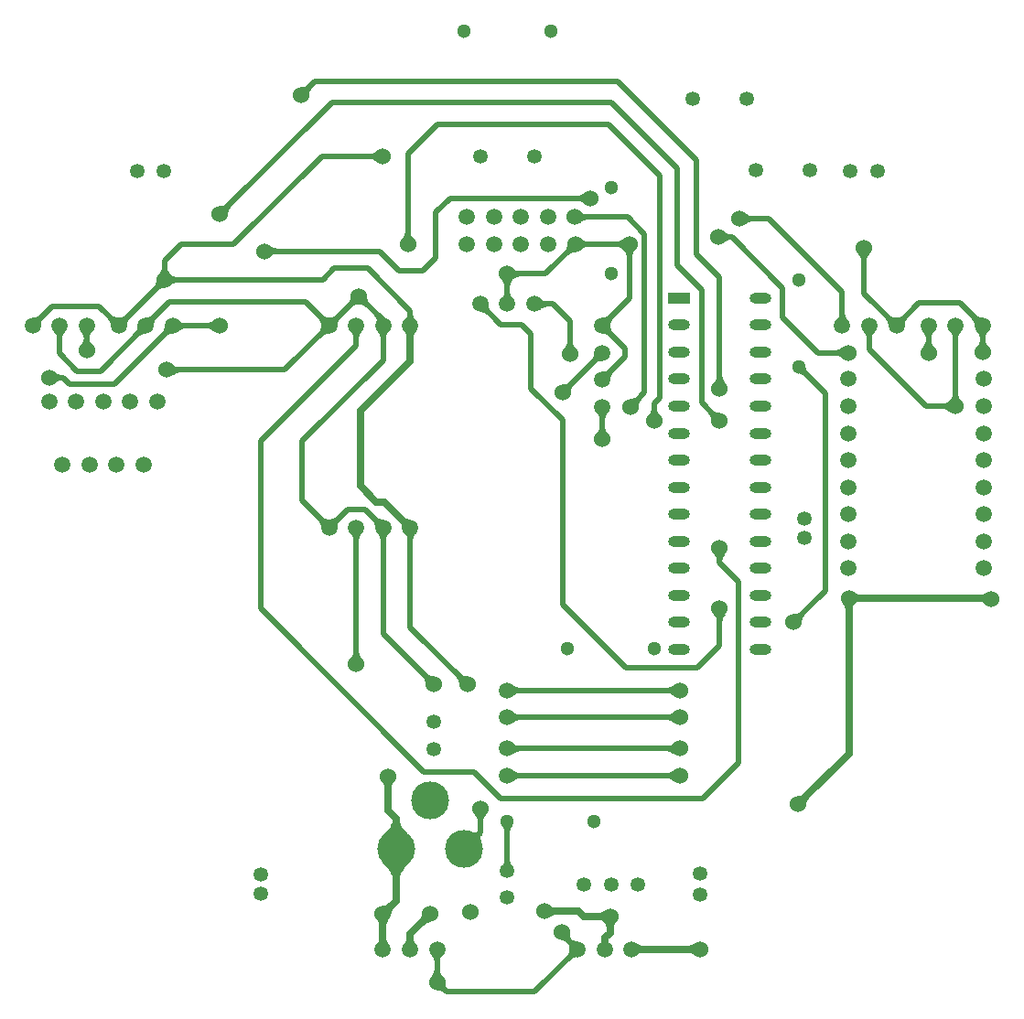
<source format=gtl>
G04 Layer_Physical_Order=1*
G04 Layer_Color=255*
%FSLAX44Y44*%
%MOMM*%
G71*
G01*
G75*
%ADD10C,0.6350*%
%ADD11C,0.5080*%
%ADD12C,1.3500*%
%ADD13C,1.3000*%
%ADD14C,1.5000*%
%ADD15C,3.5000*%
%ADD16O,2.0000X1.0000*%
%ADD17R,2.0000X1.0000*%
%ADD18C,1.5240*%
G36*
X321883Y-110076D02*
X322361Y-110443D01*
X322876Y-110767D01*
X323427Y-111048D01*
X324014Y-111285D01*
X324638Y-111480D01*
X325299Y-111631D01*
X325996Y-111739D01*
X326729Y-111803D01*
X327499Y-111825D01*
Y-118175D01*
X326729Y-118197D01*
X325996Y-118261D01*
X325299Y-118369D01*
X324638Y-118520D01*
X324014Y-118715D01*
X323427Y-118952D01*
X322876Y-119233D01*
X322361Y-119557D01*
X321883Y-119924D01*
X321442Y-120334D01*
Y-109666D01*
X321883Y-110076D01*
D02*
G37*
G36*
X441905Y-120574D02*
X441524Y-120118D01*
X441098Y-119710D01*
X440629Y-119350D01*
X440116Y-119038D01*
X439560Y-118775D01*
X438960Y-118559D01*
X438317Y-118391D01*
X437630Y-118271D01*
X436899Y-118199D01*
X436125Y-118175D01*
X437054Y-111825D01*
X437821Y-111807D01*
X439261Y-111661D01*
X439934Y-111533D01*
X440574Y-111368D01*
X441184Y-111167D01*
X441762Y-110930D01*
X442308Y-110656D01*
X442822Y-110345D01*
X443305Y-109998D01*
X441905Y-120574D01*
D02*
G37*
G36*
X320924Y-120883D02*
X320557Y-121361D01*
X320233Y-121876D01*
X319952Y-122427D01*
X319715Y-123014D01*
X319520Y-123638D01*
X319369Y-124299D01*
X319261Y-124996D01*
X319197Y-125729D01*
X319175Y-126499D01*
X312825D01*
X312803Y-125729D01*
X312739Y-124996D01*
X312631Y-124299D01*
X312480Y-123638D01*
X312285Y-123014D01*
X312048Y-122427D01*
X311767Y-121876D01*
X311443Y-121361D01*
X311076Y-120883D01*
X310666Y-120442D01*
X321334D01*
X320924Y-120883D01*
D02*
G37*
G36*
X201303Y-74998D02*
X200828Y-75571D01*
X200409Y-76160D01*
X200046Y-76767D01*
X199739Y-77390D01*
X199487Y-78029D01*
X199291Y-78686D01*
X199152Y-79359D01*
X199068Y-80049D01*
X199040Y-80756D01*
X193960D01*
X193932Y-80049D01*
X193848Y-79359D01*
X193708Y-78686D01*
X193513Y-78029D01*
X193262Y-77390D01*
X192954Y-76767D01*
X192591Y-76160D01*
X192172Y-75571D01*
X191697Y-74998D01*
X191166Y-74442D01*
X201834D01*
X201303Y-74998D01*
D02*
G37*
G36*
X-85015Y-55646D02*
X-85476Y-56204D01*
X-85882Y-56780D01*
X-86234Y-57373D01*
X-86532Y-57984D01*
X-86776Y-58613D01*
X-86966Y-59260D01*
X-87102Y-59925D01*
X-87183Y-60607D01*
X-87210Y-61307D01*
X-92290D01*
X-92317Y-60607D01*
X-92398Y-59925D01*
X-92534Y-59260D01*
X-92724Y-58613D01*
X-92968Y-57984D01*
X-93266Y-57373D01*
X-93618Y-56780D01*
X-94024Y-56204D01*
X-94485Y-55646D01*
X-95000Y-55106D01*
X-84500D01*
X-85015Y-55646D01*
D02*
G37*
G36*
X-110015D02*
X-110476Y-56204D01*
X-110882Y-56780D01*
X-111234Y-57373D01*
X-111532Y-57984D01*
X-111776Y-58613D01*
X-111966Y-59260D01*
X-112102Y-59925D01*
X-112183Y-60607D01*
X-112210Y-61307D01*
X-117290D01*
X-117317Y-60607D01*
X-117398Y-59925D01*
X-117534Y-59260D01*
X-117724Y-58613D01*
X-117968Y-57984D01*
X-118266Y-57373D01*
X-118618Y-56780D01*
X-119024Y-56204D01*
X-119485Y-55646D01*
X-120000Y-55106D01*
X-109500D01*
X-110015Y-55646D01*
D02*
G37*
G36*
X-135015D02*
X-135476Y-56204D01*
X-135882Y-56780D01*
X-136234Y-57373D01*
X-136532Y-57984D01*
X-136776Y-58613D01*
X-136966Y-59260D01*
X-137102Y-59925D01*
X-137183Y-60607D01*
X-137210Y-61307D01*
X-142290D01*
X-142317Y-60607D01*
X-142398Y-59925D01*
X-142534Y-59260D01*
X-142724Y-58613D01*
X-142968Y-57984D01*
X-143266Y-57373D01*
X-143618Y-56780D01*
X-144024Y-56204D01*
X-144485Y-55646D01*
X-145000Y-55106D01*
X-134500D01*
X-135015Y-55646D01*
D02*
G37*
G36*
X-73997Y-185371D02*
X-73450Y-185800D01*
X-72875Y-186177D01*
X-72273Y-186503D01*
X-71642Y-186778D01*
X-70985Y-187001D01*
X-70299Y-187173D01*
X-69586Y-187293D01*
X-68845Y-187362D01*
X-68076Y-187380D01*
X-75620Y-194924D01*
X-75637Y-194155D01*
X-75707Y-193414D01*
X-75827Y-192701D01*
X-75999Y-192015D01*
X-76222Y-191357D01*
X-76497Y-190727D01*
X-76823Y-190125D01*
X-77200Y-189550D01*
X-77629Y-189003D01*
X-78109Y-188483D01*
X-74517Y-184891D01*
X-73997Y-185371D01*
D02*
G37*
G36*
X5896Y-195765D02*
X6454Y-196226D01*
X7030Y-196632D01*
X7623Y-196984D01*
X8234Y-197283D01*
X8863Y-197526D01*
X9510Y-197716D01*
X10175Y-197852D01*
X10857Y-197933D01*
X11557Y-197960D01*
Y-203040D01*
X10857Y-203067D01*
X10175Y-203148D01*
X9510Y-203284D01*
X8863Y-203474D01*
X8234Y-203717D01*
X7623Y-204016D01*
X7030Y-204368D01*
X6454Y-204774D01*
X5896Y-205235D01*
X5356Y-205750D01*
Y-195250D01*
X5896Y-195765D01*
D02*
G37*
G36*
X154058Y-205834D02*
X153502Y-205303D01*
X152929Y-204828D01*
X152340Y-204409D01*
X151733Y-204046D01*
X151110Y-203738D01*
X150471Y-203487D01*
X149814Y-203291D01*
X149141Y-203152D01*
X148451Y-203068D01*
X147744Y-203040D01*
Y-197960D01*
X148451Y-197932D01*
X149141Y-197848D01*
X149814Y-197708D01*
X150471Y-197513D01*
X151110Y-197262D01*
X151733Y-196954D01*
X152340Y-196591D01*
X152929Y-196172D01*
X153502Y-195697D01*
X154058Y-195166D01*
Y-205834D01*
D02*
G37*
G36*
X-42997Y-185371D02*
X-42450Y-185800D01*
X-41875Y-186177D01*
X-41273Y-186503D01*
X-40642Y-186778D01*
X-39985Y-187001D01*
X-39299Y-187173D01*
X-38586Y-187293D01*
X-37845Y-187362D01*
X-37076Y-187380D01*
X-44620Y-194924D01*
X-44637Y-194155D01*
X-44707Y-193414D01*
X-44827Y-192701D01*
X-44999Y-192015D01*
X-45222Y-191357D01*
X-45497Y-190727D01*
X-45823Y-190125D01*
X-46200Y-189550D01*
X-46629Y-189003D01*
X-47109Y-188483D01*
X-43517Y-184891D01*
X-42997Y-185371D01*
D02*
G37*
G36*
X201303Y-130998D02*
X200828Y-131571D01*
X200409Y-132160D01*
X200046Y-132767D01*
X199739Y-133390D01*
X199487Y-134030D01*
X199291Y-134686D01*
X199152Y-135359D01*
X199068Y-136049D01*
X199040Y-136756D01*
X193960D01*
X193932Y-136049D01*
X193848Y-135359D01*
X193708Y-134686D01*
X193513Y-134030D01*
X193262Y-133390D01*
X192954Y-132767D01*
X192591Y-132160D01*
X192172Y-131571D01*
X191697Y-130998D01*
X191166Y-130442D01*
X201834D01*
X201303Y-130998D01*
D02*
G37*
G36*
X275109Y-130983D02*
X274629Y-131503D01*
X274200Y-132050D01*
X273823Y-132625D01*
X273497Y-133227D01*
X273222Y-133858D01*
X272999Y-134515D01*
X272827Y-135201D01*
X272707Y-135914D01*
X272638Y-136655D01*
X272620Y-137424D01*
X265076Y-129880D01*
X265845Y-129863D01*
X266586Y-129793D01*
X267299Y-129673D01*
X267985Y-129501D01*
X268643Y-129278D01*
X269273Y-129003D01*
X269875Y-128677D01*
X270450Y-128300D01*
X270997Y-127871D01*
X271517Y-127391D01*
X275109Y-130983D01*
D02*
G37*
G36*
X-137182Y-164951D02*
X-137098Y-165641D01*
X-136959Y-166314D01*
X-136763Y-166971D01*
X-136511Y-167610D01*
X-136204Y-168233D01*
X-135841Y-168840D01*
X-135422Y-169429D01*
X-134947Y-170002D01*
X-134416Y-170558D01*
X-145084D01*
X-144553Y-170002D01*
X-144078Y-169429D01*
X-143659Y-168840D01*
X-143296Y-168233D01*
X-142989Y-167610D01*
X-142737Y-166971D01*
X-142542Y-166314D01*
X-142402Y-165641D01*
X-142318Y-164951D01*
X-142290Y-164244D01*
X-137210D01*
X-137182Y-164951D01*
D02*
G37*
G36*
X-170612Y-40258D02*
X-170072Y-40683D01*
X-169506Y-41057D01*
X-168915Y-41380D01*
X-168298Y-41652D01*
X-167655Y-41874D01*
X-166986Y-42044D01*
X-166291Y-42164D01*
X-165571Y-42232D01*
X-164825Y-42250D01*
X-172250Y-49675D01*
X-172267Y-48929D01*
X-172336Y-48209D01*
X-172456Y-47514D01*
X-172626Y-46845D01*
X-172848Y-46203D01*
X-173120Y-45585D01*
X-173443Y-44994D01*
X-173817Y-44428D01*
X-174242Y-43888D01*
X-174718Y-43374D01*
X-171126Y-39782D01*
X-170612Y-40258D01*
D02*
G37*
G36*
X417318Y73549D02*
X417402Y72859D01*
X417542Y72186D01*
X417737Y71529D01*
X417989Y70890D01*
X418296Y70267D01*
X418659Y69660D01*
X419078Y69071D01*
X419553Y68498D01*
X420084Y67942D01*
X409416D01*
X409947Y68498D01*
X410422Y69071D01*
X410841Y69660D01*
X411204Y70267D01*
X411511Y70890D01*
X411763Y71529D01*
X411959Y72186D01*
X412098Y72859D01*
X412182Y73549D01*
X412210Y74256D01*
X417290D01*
X417318Y73549D01*
D02*
G37*
G36*
X124109Y68517D02*
X123629Y67997D01*
X123200Y67450D01*
X122823Y66875D01*
X122497Y66273D01*
X122222Y65642D01*
X121999Y64985D01*
X121827Y64299D01*
X121707Y63586D01*
X121637Y62845D01*
X121620Y62076D01*
X114076Y69620D01*
X114845Y69637D01*
X115586Y69707D01*
X116299Y69827D01*
X116985Y69999D01*
X117642Y70222D01*
X118273Y70497D01*
X118875Y70823D01*
X119450Y71200D01*
X119997Y71629D01*
X120517Y72109D01*
X124109Y68517D01*
D02*
G37*
G36*
X409308Y57166D02*
X408752Y57697D01*
X408179Y58172D01*
X407590Y58591D01*
X406983Y58954D01*
X406360Y59261D01*
X405720Y59513D01*
X405064Y59708D01*
X404391Y59848D01*
X403701Y59932D01*
X402994Y59960D01*
Y65040D01*
X403701Y65068D01*
X404391Y65152D01*
X405064Y65292D01*
X405720Y65487D01*
X406360Y65739D01*
X406983Y66046D01*
X407590Y66409D01*
X408179Y66828D01*
X408752Y67303D01*
X409308Y67834D01*
Y57166D01*
D02*
G37*
G36*
X61109Y81517D02*
X60629Y80997D01*
X60200Y80450D01*
X59823Y79875D01*
X59497Y79273D01*
X59222Y78643D01*
X58999Y77985D01*
X58827Y77299D01*
X58707Y76586D01*
X58637Y75845D01*
X58620Y75076D01*
X51076Y82620D01*
X51845Y82638D01*
X52586Y82707D01*
X53299Y82827D01*
X53985Y82999D01*
X54643Y83222D01*
X55273Y83497D01*
X55875Y83823D01*
X56450Y84200D01*
X56997Y84629D01*
X57517Y85109D01*
X61109Y81517D01*
D02*
G37*
G36*
X97968Y93376D02*
X97492Y92862D01*
X97067Y92322D01*
X96693Y91756D01*
X96370Y91165D01*
X96098Y90548D01*
X95876Y89904D01*
X95706Y89236D01*
X95586Y88541D01*
X95518Y87821D01*
X95500Y87075D01*
X88075Y94500D01*
X88821Y94517D01*
X89541Y94586D01*
X90236Y94706D01*
X90905Y94876D01*
X91547Y95098D01*
X92165Y95370D01*
X92756Y95693D01*
X93322Y96067D01*
X93862Y96492D01*
X94376Y96968D01*
X97968Y93376D01*
D02*
G37*
G36*
X199068Y90049D02*
X199152Y89359D01*
X199291Y88686D01*
X199487Y88029D01*
X199739Y87390D01*
X200046Y86767D01*
X200409Y86160D01*
X200828Y85571D01*
X201303Y84998D01*
X201834Y84442D01*
X191166D01*
X191697Y84998D01*
X192172Y85571D01*
X192591Y86160D01*
X192954Y86767D01*
X193262Y87390D01*
X193513Y88029D01*
X193708Y88686D01*
X193848Y89359D01*
X193932Y90049D01*
X193960Y90756D01*
X199040D01*
X199068Y90049D01*
D02*
G37*
G36*
X-418002Y93803D02*
X-417429Y93328D01*
X-416840Y92909D01*
X-416233Y92546D01*
X-415610Y92239D01*
X-414971Y91987D01*
X-414314Y91791D01*
X-413641Y91652D01*
X-412951Y91568D01*
X-412244Y91540D01*
Y86460D01*
X-412951Y86432D01*
X-413641Y86348D01*
X-414314Y86208D01*
X-414971Y86013D01*
X-415610Y85761D01*
X-416233Y85454D01*
X-416840Y85091D01*
X-417429Y84672D01*
X-418002Y84197D01*
X-418558Y83666D01*
Y94334D01*
X-418002Y93803D01*
D02*
G37*
G36*
X-94938Y-40043D02*
X-94381Y-40511D01*
X-93822Y-40924D01*
X-93260Y-41281D01*
X-92694Y-41582D01*
X-92126Y-41827D01*
X-91555Y-42017D01*
X-90981Y-42150D01*
X-90405Y-42228D01*
X-89825Y-42250D01*
X-97250Y-49675D01*
X-97272Y-49095D01*
X-97350Y-48519D01*
X-97483Y-47945D01*
X-97673Y-47374D01*
X-97918Y-46806D01*
X-98219Y-46240D01*
X-98576Y-45678D01*
X-98989Y-45119D01*
X-99457Y-44562D01*
X-99982Y-44008D01*
X-95492Y-39518D01*
X-94938Y-40043D01*
D02*
G37*
G36*
X-120612Y-40258D02*
X-120072Y-40683D01*
X-119506Y-41057D01*
X-118915Y-41380D01*
X-118298Y-41652D01*
X-117655Y-41874D01*
X-116986Y-42044D01*
X-116291Y-42164D01*
X-115571Y-42232D01*
X-114825Y-42250D01*
X-122250Y-49675D01*
X-122268Y-48929D01*
X-122336Y-48209D01*
X-122456Y-47514D01*
X-122626Y-46845D01*
X-122848Y-46203D01*
X-123120Y-45585D01*
X-123443Y-44994D01*
X-123817Y-44428D01*
X-124242Y-43888D01*
X-124718Y-43374D01*
X-121126Y-39782D01*
X-120612Y-40258D01*
D02*
G37*
G36*
X-154782Y-43374D02*
X-155258Y-43888D01*
X-155683Y-44428D01*
X-156057Y-44994D01*
X-156380Y-45585D01*
X-156652Y-46203D01*
X-156874Y-46845D01*
X-157044Y-47514D01*
X-157164Y-48209D01*
X-157233Y-48929D01*
X-157250Y-49675D01*
X-164675Y-42250D01*
X-163929Y-42232D01*
X-163209Y-42164D01*
X-162514Y-42044D01*
X-161845Y-41874D01*
X-161203Y-41652D01*
X-160585Y-41380D01*
X-159994Y-41057D01*
X-159428Y-40683D01*
X-158888Y-40258D01*
X-158374Y-39782D01*
X-154782Y-43374D01*
D02*
G37*
G36*
X90568Y43049D02*
X90652Y42359D01*
X90791Y41686D01*
X90987Y41030D01*
X91238Y40390D01*
X91546Y39767D01*
X91909Y39160D01*
X92328Y38571D01*
X92803Y37998D01*
X93334Y37442D01*
X82666Y37442D01*
X83197Y37998D01*
X83672Y38571D01*
X84091Y39160D01*
X84454Y39767D01*
X84761Y40390D01*
X85013Y41030D01*
X85209Y41686D01*
X85348Y42359D01*
X85432Y43049D01*
X85460Y43756D01*
X90540Y43756D01*
X90568Y43049D01*
D02*
G37*
G36*
X138568Y60049D02*
X138652Y59359D01*
X138792Y58686D01*
X138987Y58029D01*
X139239Y57390D01*
X139546Y56767D01*
X139909Y56160D01*
X140328Y55571D01*
X140803Y54998D01*
X141334Y54442D01*
X130666D01*
X131197Y54998D01*
X131672Y55571D01*
X132091Y56160D01*
X132454Y56767D01*
X132761Y57390D01*
X133013Y58029D01*
X133209Y58686D01*
X133348Y59359D01*
X133432Y60049D01*
X133460Y60756D01*
X138540D01*
X138568Y60049D01*
D02*
G37*
G36*
X92735Y56104D02*
X92274Y55546D01*
X91868Y54970D01*
X91516Y54377D01*
X91217Y53766D01*
X90974Y53137D01*
X90784Y52490D01*
X90648Y51825D01*
X90567Y51143D01*
X90540Y50443D01*
X85460D01*
X85433Y51143D01*
X85352Y51825D01*
X85216Y52490D01*
X85026Y53137D01*
X84782Y53766D01*
X84484Y54377D01*
X84132Y54970D01*
X83726Y55546D01*
X83265Y56104D01*
X82750Y56644D01*
X93250D01*
X92735Y56104D01*
D02*
G37*
G36*
X190503Y58629D02*
X191050Y58200D01*
X191625Y57823D01*
X192227Y57497D01*
X192857Y57222D01*
X193515Y56999D01*
X194201Y56827D01*
X194914Y56707D01*
X195655Y56638D01*
X196424Y56620D01*
X188880Y49076D01*
X188862Y49845D01*
X188793Y50586D01*
X188673Y51299D01*
X188501Y51985D01*
X188278Y52642D01*
X188003Y53273D01*
X187677Y53875D01*
X187300Y54450D01*
X186871Y54997D01*
X186391Y55517D01*
X189983Y59109D01*
X190503Y58629D01*
D02*
G37*
G36*
X5896Y-220765D02*
X6454Y-221226D01*
X7030Y-221632D01*
X7623Y-221984D01*
X8234Y-222283D01*
X8863Y-222526D01*
X9510Y-222716D01*
X10175Y-222852D01*
X10857Y-222933D01*
X11557Y-222960D01*
Y-228040D01*
X10857Y-228067D01*
X10175Y-228148D01*
X9510Y-228284D01*
X8863Y-228474D01*
X8234Y-228717D01*
X7623Y-229016D01*
X7030Y-229368D01*
X6454Y-229774D01*
X5896Y-230235D01*
X5356Y-230750D01*
Y-220250D01*
X5896Y-220765D01*
D02*
G37*
G36*
X93208Y-433221D02*
X86792D01*
X86798Y-433183D01*
X86804Y-433077D01*
X86825Y-429750D01*
X93175D01*
X93208Y-433221D01*
D02*
G37*
G36*
X-86804Y-429468D02*
X-86742Y-430192D01*
X-86638Y-430880D01*
X-86493Y-431530D01*
X-86306Y-432142D01*
X-86078Y-432718D01*
X-85808Y-433255D01*
X-85497Y-433755D01*
X-85144Y-434218D01*
X-84750Y-434644D01*
X-95250D01*
X-94856Y-434218D01*
X-94503Y-433755D01*
X-94192Y-433255D01*
X-93922Y-432718D01*
X-93694Y-432142D01*
X-93507Y-431530D01*
X-93362Y-430880D01*
X-93258Y-430192D01*
X-93196Y-429468D01*
X-93175Y-428705D01*
X-86825D01*
X-86804Y-429468D01*
D02*
G37*
G36*
X-111804D02*
X-111742Y-430192D01*
X-111638Y-430880D01*
X-111493Y-431530D01*
X-111306Y-432142D01*
X-111078Y-432718D01*
X-110808Y-433255D01*
X-110497Y-433755D01*
X-110144Y-434218D01*
X-109750Y-434644D01*
X-120250D01*
X-119856Y-434218D01*
X-119503Y-433755D01*
X-119192Y-433255D01*
X-118922Y-432718D01*
X-118694Y-432142D01*
X-118507Y-431530D01*
X-118362Y-430880D01*
X-118258Y-430192D01*
X-118196Y-429468D01*
X-118175Y-428705D01*
X-111825D01*
X-111804Y-429468D01*
D02*
G37*
G36*
X99924Y-415633D02*
X99557Y-416111D01*
X99233Y-416626D01*
X98952Y-417177D01*
X98715Y-417764D01*
X98520Y-418388D01*
X98369Y-419049D01*
X98261Y-419745D01*
X98197Y-420479D01*
X98175Y-421249D01*
X91825D01*
X91803Y-420479D01*
X91739Y-419745D01*
X91631Y-419049D01*
X91480Y-418388D01*
X91285Y-417764D01*
X91048Y-417177D01*
X90767Y-416626D01*
X90443Y-416111D01*
X90076Y-415633D01*
X89666Y-415192D01*
X100334D01*
X99924Y-415633D01*
D02*
G37*
G36*
X89558Y-415084D02*
X89117Y-414674D01*
X88639Y-414307D01*
X88124Y-413983D01*
X87573Y-413702D01*
X86986Y-413465D01*
X86362Y-413270D01*
X85701Y-413119D01*
X85004Y-413011D01*
X84271Y-412947D01*
X83501Y-412925D01*
Y-406575D01*
X84271Y-406553D01*
X85004Y-406489D01*
X85701Y-406381D01*
X86362Y-406230D01*
X86986Y-406035D01*
X87573Y-405798D01*
X88124Y-405517D01*
X88639Y-405193D01*
X89117Y-404826D01*
X89558Y-404416D01*
Y-415084D01*
D02*
G37*
G36*
X-71576Y-415370D02*
X-72179Y-415392D01*
X-72776Y-415470D01*
X-73369Y-415605D01*
X-73957Y-415796D01*
X-74540Y-416044D01*
X-75119Y-416348D01*
X-75693Y-416708D01*
X-76262Y-417124D01*
X-76826Y-417597D01*
X-77386Y-418126D01*
X-81876Y-413636D01*
X-81347Y-413076D01*
X-80874Y-412512D01*
X-80458Y-411943D01*
X-80098Y-411369D01*
X-79794Y-410790D01*
X-79546Y-410207D01*
X-79355Y-409619D01*
X-79220Y-409026D01*
X-79142Y-408428D01*
X-79120Y-407826D01*
X-71576Y-415370D01*
D02*
G37*
G36*
X-110076Y-413633D02*
X-110443Y-414111D01*
X-110767Y-414626D01*
X-111048Y-415177D01*
X-111285Y-415764D01*
X-111480Y-416388D01*
X-111631Y-417049D01*
X-111739Y-417746D01*
X-111803Y-418479D01*
X-111825Y-419249D01*
X-118175D01*
X-118197Y-418479D01*
X-118261Y-417746D01*
X-118369Y-417049D01*
X-118520Y-416388D01*
X-118715Y-415764D01*
X-118952Y-415177D01*
X-119233Y-414626D01*
X-119557Y-414111D01*
X-119924Y-413633D01*
X-120334Y-413192D01*
X-109666D01*
X-110076Y-413633D01*
D02*
G37*
G36*
X-60265Y-445896D02*
X-60726Y-446454D01*
X-61132Y-447030D01*
X-61484Y-447623D01*
X-61782Y-448234D01*
X-62026Y-448863D01*
X-62216Y-449510D01*
X-62352Y-450175D01*
X-62433Y-450857D01*
X-62460Y-451557D01*
X-67540D01*
X-67567Y-450857D01*
X-67648Y-450175D01*
X-67784Y-449510D01*
X-67974Y-448863D01*
X-68218Y-448234D01*
X-68516Y-447623D01*
X-68868Y-447030D01*
X-69274Y-446454D01*
X-69735Y-445896D01*
X-70250Y-445356D01*
X-59750D01*
X-60265Y-445896D01*
D02*
G37*
G36*
X-62432Y-459451D02*
X-62348Y-460141D01*
X-62208Y-460814D01*
X-62013Y-461470D01*
X-61761Y-462110D01*
X-61454Y-462733D01*
X-61091Y-463340D01*
X-60672Y-463929D01*
X-60197Y-464502D01*
X-59666Y-465058D01*
X-70334D01*
X-69803Y-464502D01*
X-69328Y-463929D01*
X-68909Y-463340D01*
X-68546Y-462733D01*
X-68239Y-462110D01*
X-67987Y-461470D01*
X-67792Y-460814D01*
X-67652Y-460141D01*
X-67568Y-459451D01*
X-67540Y-458744D01*
X-62460D01*
X-62432Y-459451D01*
D02*
G37*
G36*
X-57362Y-471345D02*
X-57293Y-472086D01*
X-57173Y-472799D01*
X-57001Y-473484D01*
X-56778Y-474142D01*
X-56503Y-474773D01*
X-56177Y-475375D01*
X-55800Y-475950D01*
X-55371Y-476497D01*
X-54891Y-477017D01*
X-58483Y-480609D01*
X-59003Y-480129D01*
X-59550Y-479700D01*
X-60125Y-479323D01*
X-60727Y-478997D01*
X-61357Y-478722D01*
X-62015Y-478499D01*
X-62701Y-478327D01*
X-63414Y-478207D01*
X-64155Y-478138D01*
X-64924Y-478120D01*
X-57380Y-470576D01*
X-57362Y-471345D01*
D02*
G37*
G36*
X64925Y-447500D02*
X64179Y-447518D01*
X63459Y-447586D01*
X62764Y-447706D01*
X62095Y-447876D01*
X61452Y-448098D01*
X60835Y-448370D01*
X60244Y-448693D01*
X59678Y-449067D01*
X59138Y-449492D01*
X58624Y-449968D01*
X55032Y-446376D01*
X55508Y-445862D01*
X55933Y-445322D01*
X56307Y-444756D01*
X56630Y-444165D01*
X56902Y-443548D01*
X57124Y-442905D01*
X57294Y-442236D01*
X57414Y-441541D01*
X57483Y-440821D01*
X57500Y-440075D01*
X64925Y-447500D01*
D02*
G37*
G36*
X58204Y-426123D02*
X58186Y-426837D01*
X58231Y-427528D01*
X58339Y-428196D01*
X58510Y-428841D01*
X58745Y-429464D01*
X59042Y-430063D01*
X59403Y-430639D01*
X59553Y-430834D01*
X59678Y-430933D01*
X60244Y-431307D01*
X60835Y-431630D01*
X61452Y-431902D01*
X62095Y-432124D01*
X62764Y-432294D01*
X63459Y-432414D01*
X64179Y-432482D01*
X64925Y-432500D01*
X57500Y-439925D01*
X57483Y-439179D01*
X57414Y-438459D01*
X57294Y-437764D01*
X57124Y-437095D01*
X56902Y-436452D01*
X56630Y-435835D01*
X56307Y-435244D01*
X55933Y-434678D01*
X55571Y-434219D01*
X55143Y-433873D01*
X54577Y-433479D01*
X53980Y-433124D01*
X53353Y-432808D01*
X52696Y-432530D01*
X52009Y-432291D01*
X51291Y-432090D01*
X50543Y-431929D01*
X49765Y-431806D01*
X58285Y-425386D01*
X58204Y-426123D01*
D02*
G37*
G36*
X120781Y-435144D02*
X121244Y-435497D01*
X121745Y-435808D01*
X122282Y-436078D01*
X122858Y-436306D01*
X123470Y-436493D01*
X124120Y-436638D01*
X124808Y-436742D01*
X125533Y-436804D01*
X126295Y-436825D01*
Y-443175D01*
X125533Y-443196D01*
X124808Y-443258D01*
X124120Y-443362D01*
X123470Y-443507D01*
X122858Y-443694D01*
X122282Y-443922D01*
X121745Y-444192D01*
X121244Y-444503D01*
X120781Y-444856D01*
X120356Y-445250D01*
Y-434750D01*
X120781Y-435144D01*
D02*
G37*
G36*
X172558Y-445334D02*
X172117Y-444924D01*
X171639Y-444557D01*
X171124Y-444233D01*
X170573Y-443952D01*
X169986Y-443715D01*
X169362Y-443520D01*
X168701Y-443369D01*
X168004Y-443261D01*
X167271Y-443197D01*
X166501Y-443175D01*
Y-436825D01*
X167271Y-436803D01*
X168004Y-436739D01*
X168701Y-436631D01*
X169362Y-436480D01*
X169986Y-436285D01*
X170573Y-436048D01*
X171124Y-435767D01*
X171639Y-435443D01*
X172117Y-435076D01*
X172558Y-434666D01*
Y-445334D01*
D02*
G37*
G36*
X40383Y-400076D02*
X40861Y-400443D01*
X41376Y-400767D01*
X41927Y-401048D01*
X42514Y-401285D01*
X43138Y-401479D01*
X43799Y-401631D01*
X44496Y-401739D01*
X45229Y-401803D01*
X45999Y-401825D01*
Y-408175D01*
X45229Y-408196D01*
X44496Y-408261D01*
X43799Y-408369D01*
X43138Y-408520D01*
X42514Y-408715D01*
X41927Y-408952D01*
X41376Y-409233D01*
X40861Y-409557D01*
X40383Y-409924D01*
X39942Y-410334D01*
Y-399666D01*
X40383Y-400076D01*
D02*
G37*
G36*
X154058Y-284834D02*
X153502Y-284303D01*
X152929Y-283828D01*
X152340Y-283409D01*
X151733Y-283046D01*
X151110Y-282738D01*
X150471Y-282487D01*
X149814Y-282292D01*
X149141Y-282152D01*
X148451Y-282068D01*
X147744Y-282040D01*
Y-276960D01*
X148451Y-276932D01*
X149141Y-276848D01*
X149814Y-276709D01*
X150471Y-276513D01*
X151110Y-276262D01*
X151733Y-275954D01*
X152340Y-275591D01*
X152929Y-275172D01*
X153502Y-274697D01*
X154058Y-274166D01*
Y-284834D01*
D02*
G37*
G36*
X-105326Y-286133D02*
X-105693Y-286611D01*
X-106017Y-287126D01*
X-106298Y-287677D01*
X-106535Y-288264D01*
X-106730Y-288888D01*
X-106881Y-289549D01*
X-106989Y-290246D01*
X-107053Y-290979D01*
X-107075Y-291749D01*
X-113425D01*
X-113447Y-290979D01*
X-113511Y-290246D01*
X-113619Y-289549D01*
X-113770Y-288888D01*
X-113965Y-288264D01*
X-114202Y-287677D01*
X-114483Y-287126D01*
X-114807Y-286611D01*
X-115174Y-286133D01*
X-115584Y-285692D01*
X-104916D01*
X-105326Y-286133D01*
D02*
G37*
G36*
X279376Y-300114D02*
X278847Y-300674D01*
X278374Y-301238D01*
X277958Y-301807D01*
X277597Y-302381D01*
X277294Y-302960D01*
X277046Y-303543D01*
X276855Y-304131D01*
X276720Y-304724D01*
X276642Y-305322D01*
X276620Y-305924D01*
X269076Y-298380D01*
X269678Y-298358D01*
X270276Y-298280D01*
X270869Y-298145D01*
X271457Y-297954D01*
X272040Y-297706D01*
X272619Y-297403D01*
X273193Y-297042D01*
X273762Y-296626D01*
X274326Y-296153D01*
X274886Y-295624D01*
X279376Y-300114D01*
D02*
G37*
G36*
X5896Y-274765D02*
X6454Y-275226D01*
X7030Y-275632D01*
X7623Y-275984D01*
X8234Y-276283D01*
X8863Y-276526D01*
X9510Y-276716D01*
X10175Y-276852D01*
X10857Y-276933D01*
X11557Y-276960D01*
Y-282040D01*
X10857Y-282067D01*
X10175Y-282148D01*
X9510Y-282284D01*
X8863Y-282474D01*
X8234Y-282717D01*
X7623Y-283016D01*
X7030Y-283368D01*
X6454Y-283774D01*
X5896Y-284235D01*
X5356Y-284750D01*
Y-274250D01*
X5896Y-274765D01*
D02*
G37*
G36*
X154058Y-230834D02*
X153502Y-230303D01*
X152929Y-229828D01*
X152340Y-229409D01*
X151733Y-229046D01*
X151110Y-228738D01*
X150471Y-228487D01*
X149814Y-228291D01*
X149141Y-228152D01*
X148451Y-228068D01*
X147744Y-228040D01*
Y-222960D01*
X148451Y-222932D01*
X149141Y-222848D01*
X149814Y-222708D01*
X150471Y-222513D01*
X151110Y-222262D01*
X151733Y-221954D01*
X152340Y-221591D01*
X152929Y-221172D01*
X153502Y-220697D01*
X154058Y-220166D01*
Y-230834D01*
D02*
G37*
G36*
X5896Y-249765D02*
X6454Y-250226D01*
X7030Y-250632D01*
X7623Y-250984D01*
X8234Y-251283D01*
X8863Y-251526D01*
X9510Y-251716D01*
X10175Y-251852D01*
X10857Y-251933D01*
X11557Y-251960D01*
Y-257040D01*
X10857Y-257067D01*
X10175Y-257148D01*
X9510Y-257284D01*
X8863Y-257474D01*
X8234Y-257717D01*
X7623Y-258016D01*
X7030Y-258368D01*
X6454Y-258774D01*
X5896Y-259235D01*
X5356Y-259750D01*
Y-249250D01*
X5896Y-249765D01*
D02*
G37*
G36*
X154058Y-259834D02*
X153502Y-259303D01*
X152929Y-258828D01*
X152340Y-258409D01*
X151733Y-258046D01*
X151110Y-257738D01*
X150471Y-257487D01*
X149814Y-257292D01*
X149141Y-257152D01*
X148451Y-257068D01*
X147744Y-257040D01*
Y-251960D01*
X148451Y-251932D01*
X149141Y-251848D01*
X149814Y-251709D01*
X150471Y-251513D01*
X151110Y-251262D01*
X151733Y-250954D01*
X152340Y-250591D01*
X152929Y-250172D01*
X153502Y-249697D01*
X154058Y-249166D01*
Y-259834D01*
D02*
G37*
G36*
X2562Y-357853D02*
X2627Y-358485D01*
X2737Y-359093D01*
X2890Y-359678D01*
X3086Y-360238D01*
X3327Y-360774D01*
X3611Y-361287D01*
X3938Y-361775D01*
X4310Y-362239D01*
X4725Y-362679D01*
X-4725D01*
X-4310Y-362239D01*
X-3938Y-361775D01*
X-3611Y-361287D01*
X-3327Y-360774D01*
X-3086Y-360238D01*
X-2890Y-359678D01*
X-2737Y-359093D01*
X-2627Y-358485D01*
X-2562Y-357853D01*
X-2540Y-357196D01*
X2540D01*
X2562Y-357853D01*
D02*
G37*
G36*
X-92224Y-361751D02*
X-95128Y-365103D01*
X-96308Y-366701D01*
X-97306Y-368248D01*
X-98123Y-369744D01*
X-98758Y-371187D01*
X-99212Y-372580D01*
X-99484Y-373920D01*
X-99575Y-375210D01*
X-105925D01*
X-106016Y-373920D01*
X-106288Y-372580D01*
X-106742Y-371187D01*
X-107377Y-369744D01*
X-108194Y-368248D01*
X-109192Y-366701D01*
X-110372Y-365103D01*
X-111733Y-363452D01*
X-115000Y-359997D01*
X-90500D01*
X-92224Y-361751D01*
D02*
G37*
G36*
X-104624Y-401864D02*
X-105153Y-402424D01*
X-105626Y-402988D01*
X-106042Y-403557D01*
X-106403Y-404131D01*
X-106706Y-404710D01*
X-106954Y-405293D01*
X-107145Y-405881D01*
X-107280Y-406474D01*
X-107358Y-407071D01*
X-107380Y-407674D01*
X-114924Y-400130D01*
X-114321Y-400108D01*
X-113724Y-400030D01*
X-113131Y-399895D01*
X-112543Y-399704D01*
X-111960Y-399456D01*
X-111381Y-399152D01*
X-110807Y-398792D01*
X-110238Y-398376D01*
X-109674Y-397903D01*
X-109114Y-397374D01*
X-104624Y-401864D01*
D02*
G37*
G36*
X-99484Y-321080D02*
X-99212Y-322420D01*
X-98758Y-323813D01*
X-98123Y-325256D01*
X-97306Y-326752D01*
X-96308Y-328299D01*
X-95128Y-329897D01*
X-93767Y-331548D01*
X-90500Y-335003D01*
X-115000D01*
X-113276Y-333249D01*
X-110372Y-329897D01*
X-109192Y-328299D01*
X-108194Y-326752D01*
X-107377Y-325256D01*
X-106742Y-323813D01*
X-106288Y-322420D01*
X-106016Y-321080D01*
X-105925Y-319790D01*
X-99575D01*
X-99484Y-321080D01*
D02*
G37*
G36*
X-19947Y-315998D02*
X-20422Y-316571D01*
X-20841Y-317160D01*
X-21204Y-317767D01*
X-21511Y-318390D01*
X-21763Y-319030D01*
X-21958Y-319686D01*
X-22098Y-320359D01*
X-22182Y-321049D01*
X-22210Y-321756D01*
X-27290D01*
X-27318Y-321049D01*
X-27402Y-320359D01*
X-27541Y-319686D01*
X-27737Y-319030D01*
X-27989Y-318390D01*
X-28296Y-317767D01*
X-28659Y-317160D01*
X-29078Y-316571D01*
X-29553Y-315998D01*
X-30084Y-315442D01*
X-19416D01*
X-19947Y-315998D01*
D02*
G37*
G36*
X4168Y-326799D02*
X3826Y-327232D01*
X3525Y-327691D01*
X3264Y-328176D01*
X3043Y-328687D01*
X2862Y-329225D01*
X2721Y-329788D01*
X2620Y-330377D01*
X2560Y-330992D01*
X2540Y-331633D01*
X-2540D01*
X-2560Y-330992D01*
X-2620Y-330377D01*
X-2721Y-329788D01*
X-2862Y-329225D01*
X-3043Y-328687D01*
X-3264Y-328176D01*
X-3525Y-327691D01*
X-3826Y-327232D01*
X-4168Y-326799D01*
X-4550Y-326392D01*
X4550D01*
X4168Y-326799D01*
D02*
G37*
G36*
X-22954Y-333796D02*
X-23531Y-334410D01*
X-24020Y-335010D01*
X-24422Y-335597D01*
X-24736Y-336170D01*
X-24962Y-336730D01*
X-25101Y-337275D01*
X-25152Y-337808D01*
X-25115Y-338326D01*
X-24991Y-338831D01*
X-24779Y-339322D01*
X-32072Y-332029D01*
X-31581Y-332241D01*
X-31076Y-332365D01*
X-30557Y-332402D01*
X-30025Y-332351D01*
X-29480Y-332212D01*
X-28920Y-331986D01*
X-28347Y-331672D01*
X-27761Y-331270D01*
X-27160Y-330781D01*
X-26546Y-330204D01*
X-22954Y-333796D01*
D02*
G37*
G36*
X2567Y167857D02*
X2648Y167175D01*
X2784Y166510D01*
X2974Y165863D01*
X3217Y165234D01*
X3516Y164623D01*
X3868Y164030D01*
X4274Y163454D01*
X4735Y162896D01*
X5250Y162356D01*
X-5250D01*
X-4735Y162896D01*
X-4274Y163454D01*
X-3868Y164030D01*
X-3516Y164623D01*
X-3217Y165234D01*
X-2974Y165863D01*
X-2784Y166510D01*
X-2648Y167175D01*
X-2567Y167857D01*
X-2540Y168557D01*
X2540D01*
X2567Y167857D01*
D02*
G37*
G36*
X-129738Y163530D02*
X-129668Y162789D01*
X-129548Y162076D01*
X-129376Y161390D01*
X-129153Y160732D01*
X-128878Y160102D01*
X-128552Y159500D01*
X-128175Y158925D01*
X-127746Y158378D01*
X-127266Y157858D01*
X-130858Y154266D01*
X-131378Y154746D01*
X-131925Y155175D01*
X-132500Y155552D01*
X-133102Y155878D01*
X-133733Y156153D01*
X-134390Y156376D01*
X-135076Y156548D01*
X-135789Y156668D01*
X-136530Y156737D01*
X-137299Y156755D01*
X-129755Y164299D01*
X-129738Y163530D01*
D02*
G37*
G36*
X-137451Y156755D02*
X-138220Y156737D01*
X-138961Y156668D01*
X-139674Y156548D01*
X-140360Y156376D01*
X-141018Y156153D01*
X-141648Y155878D01*
X-142250Y155552D01*
X-142825Y155175D01*
X-143372Y154746D01*
X-143892Y154266D01*
X-147484Y157858D01*
X-147004Y158378D01*
X-146575Y158925D01*
X-146198Y159500D01*
X-145872Y160102D01*
X-145597Y160732D01*
X-145374Y161390D01*
X-145202Y162076D01*
X-145082Y162789D01*
X-145013Y163530D01*
X-144995Y164299D01*
X-137451Y156755D01*
D02*
G37*
G36*
X-317076Y171880D02*
X-317845Y171863D01*
X-318586Y171793D01*
X-319299Y171673D01*
X-319985Y171501D01*
X-320643Y171278D01*
X-321273Y171003D01*
X-321875Y170677D01*
X-322450Y170300D01*
X-322997Y169871D01*
X-323517Y169391D01*
X-327109Y172983D01*
X-326629Y173503D01*
X-326200Y174050D01*
X-325823Y174625D01*
X-325497Y175227D01*
X-325222Y175858D01*
X-324999Y176516D01*
X-324827Y177201D01*
X-324707Y177914D01*
X-324637Y178655D01*
X-324620Y179424D01*
X-317076Y171880D01*
D02*
G37*
G36*
X5998Y189803D02*
X6571Y189328D01*
X7160Y188909D01*
X7767Y188546D01*
X8390Y188239D01*
X9029Y187987D01*
X9686Y187792D01*
X10359Y187652D01*
X11049Y187568D01*
X11756Y187540D01*
Y182460D01*
X11049Y182432D01*
X10359Y182348D01*
X9686Y182209D01*
X9029Y182013D01*
X8390Y181761D01*
X7767Y181454D01*
X7160Y181091D01*
X6571Y180672D01*
X5998Y180197D01*
X5442Y179666D01*
Y190334D01*
X5998Y189803D01*
D02*
G37*
G36*
X-311002Y184303D02*
X-310429Y183828D01*
X-309840Y183409D01*
X-309233Y183046D01*
X-308610Y182738D01*
X-307971Y182487D01*
X-307314Y182292D01*
X-306641Y182152D01*
X-305951Y182068D01*
X-305244Y182040D01*
Y176960D01*
X-305951Y176932D01*
X-306641Y176848D01*
X-307314Y176709D01*
X-307971Y176513D01*
X-308610Y176262D01*
X-309233Y175954D01*
X-309840Y175591D01*
X-310429Y175172D01*
X-311002Y174697D01*
X-311558Y174166D01*
Y184834D01*
X-311002Y184303D01*
D02*
G37*
G36*
X4803Y179002D02*
X4328Y178429D01*
X3909Y177840D01*
X3546Y177233D01*
X3239Y176610D01*
X2987Y175970D01*
X2792Y175314D01*
X2652Y174641D01*
X2568Y173951D01*
X2540Y173244D01*
X-2540D01*
X-2568Y173951D01*
X-2652Y174641D01*
X-2792Y175314D01*
X-2987Y175970D01*
X-3239Y176610D01*
X-3546Y177233D01*
X-3909Y177840D01*
X-4328Y178429D01*
X-4803Y179002D01*
X-5334Y179558D01*
X5334D01*
X4803Y179002D01*
D02*
G37*
G36*
X-116542Y147150D02*
X-114995Y145844D01*
X-114458Y145452D01*
X-113352Y144732D01*
X-112783Y144404D01*
X-111614Y143813D01*
X-121422Y140426D01*
X-121165Y141005D01*
X-120992Y141581D01*
X-120903Y142153D01*
X-120897Y142720D01*
X-120976Y143282D01*
X-121138Y143841D01*
X-121384Y144395D01*
X-121713Y144945D01*
X-122127Y145491D01*
X-122625Y146033D01*
X-117036Y147628D01*
X-116542Y147150D01*
D02*
G37*
G36*
X433888Y146492D02*
X434428Y146067D01*
X434994Y145693D01*
X435585Y145370D01*
X436203Y145098D01*
X436846Y144876D01*
X437514Y144706D01*
X438209Y144586D01*
X438929Y144517D01*
X439675Y144500D01*
X432250Y137075D01*
X432233Y137821D01*
X432164Y138541D01*
X432044Y139236D01*
X431874Y139904D01*
X431652Y140548D01*
X431380Y141165D01*
X431057Y141756D01*
X430683Y142322D01*
X430258Y142862D01*
X429782Y143376D01*
X433374Y146968D01*
X433888Y146492D01*
D02*
G37*
G36*
X369968Y143376D02*
X369492Y142862D01*
X369067Y142322D01*
X368693Y141756D01*
X368370Y141165D01*
X368098Y140548D01*
X367876Y139904D01*
X367706Y139236D01*
X367586Y138541D01*
X367518Y137821D01*
X367500Y137075D01*
X360075Y144500D01*
X360821Y144517D01*
X361541Y144586D01*
X362236Y144706D01*
X362905Y144876D01*
X363548Y145098D01*
X364165Y145370D01*
X364756Y145693D01*
X365322Y146067D01*
X365862Y146492D01*
X366376Y146968D01*
X369968Y143376D01*
D02*
G37*
G36*
X-87183Y147857D02*
X-87102Y147175D01*
X-86966Y146510D01*
X-86776Y145863D01*
X-86532Y145234D01*
X-86234Y144623D01*
X-85882Y144030D01*
X-85476Y143454D01*
X-85015Y142896D01*
X-84500Y142356D01*
X-95000D01*
X-94485Y142896D01*
X-94024Y143454D01*
X-93618Y144030D01*
X-93266Y144623D01*
X-92968Y145234D01*
X-92724Y145863D01*
X-92534Y146510D01*
X-92398Y147175D01*
X-92317Y147857D01*
X-92290Y148557D01*
X-87210D01*
X-87183Y147857D01*
D02*
G37*
G36*
X30896Y161735D02*
X31454Y161274D01*
X32030Y160868D01*
X32623Y160516D01*
X33234Y160217D01*
X33863Y159974D01*
X34510Y159784D01*
X35175Y159648D01*
X35857Y159567D01*
X36557Y159540D01*
Y154460D01*
X35857Y154433D01*
X35175Y154352D01*
X34510Y154216D01*
X33863Y154026D01*
X33234Y153783D01*
X32623Y153484D01*
X32030Y153132D01*
X31454Y152726D01*
X30896Y152265D01*
X30356Y151750D01*
Y162250D01*
X30896Y161735D01*
D02*
G37*
G36*
X-17483Y156179D02*
X-17414Y155459D01*
X-17294Y154764D01*
X-17124Y154095D01*
X-16902Y153453D01*
X-16630Y152835D01*
X-16307Y152244D01*
X-15933Y151678D01*
X-15508Y151138D01*
X-15032Y150624D01*
X-18624Y147032D01*
X-19138Y147508D01*
X-19678Y147933D01*
X-20244Y148307D01*
X-20835Y148630D01*
X-21453Y148902D01*
X-22095Y149124D01*
X-22764Y149294D01*
X-23459Y149414D01*
X-24179Y149482D01*
X-24925Y149500D01*
X-17500Y156925D01*
X-17483Y156179D01*
D02*
G37*
G36*
X312567Y147857D02*
X312648Y147175D01*
X312784Y146510D01*
X312974Y145863D01*
X313218Y145234D01*
X313516Y144623D01*
X313868Y144030D01*
X314274Y143454D01*
X314735Y142896D01*
X315250Y142356D01*
X304750D01*
X305265Y142896D01*
X305726Y143454D01*
X306132Y144030D01*
X306484Y144623D01*
X306782Y145234D01*
X307026Y145863D01*
X307216Y146510D01*
X307352Y147175D01*
X307433Y147857D01*
X307460Y148557D01*
X312540D01*
X312567Y147857D01*
D02*
G37*
G36*
X-314432Y190550D02*
X-314348Y189859D01*
X-314209Y189186D01*
X-314013Y188530D01*
X-313762Y187890D01*
X-313454Y187267D01*
X-313091Y186660D01*
X-312672Y186071D01*
X-312197Y185498D01*
X-311666Y184942D01*
X-322334D01*
X-321803Y185498D01*
X-321328Y186071D01*
X-320909Y186660D01*
X-320546Y187267D01*
X-320238Y187890D01*
X-319987Y188530D01*
X-319792Y189186D01*
X-319652Y189859D01*
X-319568Y190550D01*
X-319540Y191256D01*
X-314460D01*
X-314432Y190550D01*
D02*
G37*
G36*
X67998Y242303D02*
X68571Y241828D01*
X69160Y241409D01*
X69767Y241046D01*
X70390Y240739D01*
X71030Y240487D01*
X71686Y240292D01*
X72359Y240152D01*
X73049Y240068D01*
X73756Y240040D01*
Y234960D01*
X73049Y234932D01*
X72359Y234848D01*
X71686Y234708D01*
X71030Y234513D01*
X70390Y234261D01*
X69767Y233954D01*
X69160Y233591D01*
X68571Y233172D01*
X67998Y232697D01*
X67442Y232166D01*
Y242834D01*
X67998Y242303D01*
D02*
G37*
G36*
X220998Y240803D02*
X221571Y240328D01*
X222160Y239909D01*
X222767Y239546D01*
X223390Y239238D01*
X224030Y238987D01*
X224686Y238792D01*
X225359Y238652D01*
X226049Y238568D01*
X226756Y238540D01*
Y233460D01*
X226049Y233432D01*
X225359Y233348D01*
X224686Y233209D01*
X224030Y233013D01*
X223390Y232761D01*
X222767Y232454D01*
X222160Y232091D01*
X221571Y231672D01*
X220998Y231197D01*
X220442Y230666D01*
Y241334D01*
X220998Y240803D01*
D02*
G37*
G36*
X-89432Y223549D02*
X-89348Y222859D01*
X-89208Y222186D01*
X-89013Y221530D01*
X-88762Y220890D01*
X-88454Y220267D01*
X-88091Y219660D01*
X-87672Y219071D01*
X-87197Y218498D01*
X-86666Y217942D01*
X-97334D01*
X-96803Y218498D01*
X-96328Y219071D01*
X-95909Y219660D01*
X-95546Y220267D01*
X-95239Y220890D01*
X-94987Y221530D01*
X-94791Y222186D01*
X-94652Y222859D01*
X-94568Y223549D01*
X-94540Y224256D01*
X-89460D01*
X-89432Y223549D01*
D02*
G37*
G36*
X-255891Y246517D02*
X-256371Y245997D01*
X-256800Y245450D01*
X-257177Y244875D01*
X-257503Y244273D01*
X-257778Y243643D01*
X-258001Y242985D01*
X-258173Y242299D01*
X-258293Y241586D01*
X-258363Y240845D01*
X-258380Y240076D01*
X-265924Y247620D01*
X-265155Y247638D01*
X-264414Y247707D01*
X-263701Y247827D01*
X-263015Y247999D01*
X-262358Y248222D01*
X-261727Y248497D01*
X-261125Y248823D01*
X-260550Y249200D01*
X-260003Y249629D01*
X-259483Y250109D01*
X-255891Y246517D01*
D02*
G37*
G36*
X-180891Y356517D02*
X-181371Y355997D01*
X-181800Y355450D01*
X-182177Y354875D01*
X-182503Y354273D01*
X-182778Y353642D01*
X-183001Y352985D01*
X-183173Y352299D01*
X-183293Y351586D01*
X-183363Y350845D01*
X-183380Y350076D01*
X-190924Y357620D01*
X-190155Y357637D01*
X-189414Y357707D01*
X-188701Y357827D01*
X-188015Y357999D01*
X-187358Y358222D01*
X-186727Y358497D01*
X-186125Y358823D01*
X-185550Y359200D01*
X-185003Y359629D01*
X-184483Y360109D01*
X-180891Y356517D01*
D02*
G37*
G36*
X-120442Y288416D02*
X-120998Y288947D01*
X-121571Y289422D01*
X-122160Y289841D01*
X-122767Y290204D01*
X-123390Y290511D01*
X-124030Y290763D01*
X-124686Y290958D01*
X-125359Y291098D01*
X-126049Y291182D01*
X-126756Y291210D01*
Y296290D01*
X-126049Y296318D01*
X-125359Y296402D01*
X-124686Y296542D01*
X-124030Y296737D01*
X-123390Y296989D01*
X-122767Y297296D01*
X-122160Y297659D01*
X-121571Y298078D01*
X-120998Y298553D01*
X-120442Y299084D01*
Y288416D01*
D02*
G37*
G36*
X71558Y249666D02*
X71002Y250197D01*
X70429Y250672D01*
X69840Y251091D01*
X69233Y251454D01*
X68610Y251761D01*
X67970Y252013D01*
X67314Y252208D01*
X66641Y252348D01*
X65951Y252432D01*
X65244Y252460D01*
Y257540D01*
X65951Y257568D01*
X66641Y257652D01*
X67314Y257792D01*
X67970Y257987D01*
X68610Y258239D01*
X69233Y258546D01*
X69840Y258909D01*
X70429Y259328D01*
X71002Y259803D01*
X71558Y260334D01*
Y249666D01*
D02*
G37*
G36*
X117803Y206502D02*
X117328Y205929D01*
X116909Y205340D01*
X116546Y204733D01*
X116238Y204110D01*
X115987Y203470D01*
X115792Y202814D01*
X115652Y202141D01*
X115568Y201451D01*
X115540Y200744D01*
X110460D01*
X110432Y201451D01*
X110348Y202141D01*
X110209Y202814D01*
X110013Y203470D01*
X109761Y204110D01*
X109454Y204733D01*
X109091Y205340D01*
X108672Y205929D01*
X108197Y206502D01*
X107666Y207058D01*
X118334D01*
X117803Y206502D01*
D02*
G37*
G36*
X-219002Y210803D02*
X-218429Y210328D01*
X-217840Y209909D01*
X-217233Y209546D01*
X-216610Y209238D01*
X-215970Y208987D01*
X-215314Y208792D01*
X-214641Y208652D01*
X-213951Y208568D01*
X-213244Y208540D01*
Y203460D01*
X-213951Y203432D01*
X-214641Y203348D01*
X-215314Y203209D01*
X-215970Y203013D01*
X-216610Y202761D01*
X-217233Y202454D01*
X-217840Y202091D01*
X-218429Y201672D01*
X-219002Y201197D01*
X-219558Y200666D01*
Y211334D01*
X-219002Y210803D01*
D02*
G37*
G36*
X334803Y203002D02*
X334328Y202429D01*
X333909Y201840D01*
X333546Y201233D01*
X333238Y200610D01*
X332987Y199970D01*
X332791Y199314D01*
X332652Y198641D01*
X332568Y197951D01*
X332540Y197244D01*
X327460D01*
X327432Y197951D01*
X327348Y198641D01*
X327209Y199314D01*
X327013Y199970D01*
X326762Y200610D01*
X326454Y201233D01*
X326091Y201840D01*
X325672Y202429D01*
X325197Y203002D01*
X324666Y203558D01*
X335334D01*
X334803Y203002D01*
D02*
G37*
G36*
X62924Y204880D02*
X62155Y204862D01*
X61414Y204793D01*
X60701Y204673D01*
X60016Y204501D01*
X59358Y204278D01*
X58727Y204003D01*
X58125Y203677D01*
X57550Y203300D01*
X57003Y202871D01*
X56483Y202391D01*
X52891Y205983D01*
X53371Y206503D01*
X53800Y207050D01*
X54177Y207625D01*
X54503Y208227D01*
X54778Y208857D01*
X55001Y209515D01*
X55173Y210201D01*
X55293Y210914D01*
X55363Y211655D01*
X55380Y212424D01*
X62924Y204880D01*
D02*
G37*
G36*
X200998Y223803D02*
X201571Y223328D01*
X202160Y222909D01*
X202767Y222546D01*
X203390Y222239D01*
X204030Y221987D01*
X204686Y221791D01*
X205359Y221652D01*
X206049Y221568D01*
X206756Y221540D01*
Y216460D01*
X206049Y216432D01*
X205359Y216348D01*
X204686Y216208D01*
X204030Y216013D01*
X203390Y215762D01*
X202767Y215454D01*
X202160Y215091D01*
X201571Y214672D01*
X200998Y214197D01*
X200442Y213666D01*
Y224334D01*
X200998Y223803D01*
D02*
G37*
G36*
X107558Y207166D02*
X107002Y207697D01*
X106429Y208172D01*
X105840Y208591D01*
X105233Y208954D01*
X104610Y209261D01*
X103970Y209513D01*
X103314Y209708D01*
X102641Y209848D01*
X101951Y209932D01*
X101244Y209960D01*
Y215040D01*
X101951Y215068D01*
X102641Y215152D01*
X103314Y215292D01*
X103970Y215487D01*
X104610Y215739D01*
X105233Y216046D01*
X105840Y216409D01*
X106429Y216828D01*
X107002Y217303D01*
X107558Y217834D01*
Y207166D01*
D02*
G37*
G36*
X68998Y217303D02*
X69571Y216828D01*
X70160Y216409D01*
X70767Y216046D01*
X71390Y215739D01*
X72030Y215487D01*
X72686Y215292D01*
X73359Y215152D01*
X74049Y215068D01*
X74756Y215040D01*
Y209960D01*
X74049Y209932D01*
X73359Y209848D01*
X72686Y209708D01*
X72030Y209513D01*
X71390Y209261D01*
X70767Y208954D01*
X70160Y208591D01*
X69571Y208172D01*
X68998Y207697D01*
X68442Y207166D01*
Y217834D01*
X68998Y217303D01*
D02*
G37*
G36*
X354138Y146492D02*
X354678Y146067D01*
X355244Y145693D01*
X355835Y145370D01*
X356452Y145098D01*
X357095Y144876D01*
X357764Y144706D01*
X358459Y144586D01*
X359179Y144517D01*
X359925Y144500D01*
X352500Y137075D01*
X352482Y137821D01*
X352414Y138541D01*
X352294Y139236D01*
X352124Y139904D01*
X351902Y140548D01*
X351630Y141165D01*
X351307Y141756D01*
X350933Y142322D01*
X350508Y142862D01*
X350032Y143376D01*
X353624Y146968D01*
X354138Y146492D01*
D02*
G37*
G36*
X-135015Y131104D02*
X-135476Y130546D01*
X-135882Y129970D01*
X-136234Y129377D01*
X-136532Y128766D01*
X-136776Y128137D01*
X-136966Y127490D01*
X-137102Y126826D01*
X-137183Y126143D01*
X-137210Y125443D01*
X-142290D01*
X-142317Y126143D01*
X-142398Y126826D01*
X-142534Y127490D01*
X-142724Y128137D01*
X-142968Y128766D01*
X-143266Y129377D01*
X-143618Y129970D01*
X-144024Y130546D01*
X-144485Y131104D01*
X-145000Y131644D01*
X-134500D01*
X-135015Y131104D01*
D02*
G37*
G36*
X-409515D02*
X-409976Y130546D01*
X-410382Y129970D01*
X-410734Y129377D01*
X-411032Y128766D01*
X-411276Y128137D01*
X-411466Y127490D01*
X-411602Y126826D01*
X-411683Y126143D01*
X-411710Y125443D01*
X-416790D01*
X-416817Y126143D01*
X-416898Y126826D01*
X-417034Y127490D01*
X-417224Y128137D01*
X-417467Y128766D01*
X-417766Y129377D01*
X-418118Y129970D01*
X-418524Y130546D01*
X-418985Y131104D01*
X-419500Y131644D01*
X-409000D01*
X-409515Y131104D01*
D02*
G37*
G36*
X-384515D02*
X-384976Y130546D01*
X-385382Y129970D01*
X-385734Y129377D01*
X-386032Y128766D01*
X-386276Y128137D01*
X-386466Y127490D01*
X-386602Y126826D01*
X-386683Y126143D01*
X-386702Y125646D01*
X-386681Y125130D01*
X-386595Y124439D01*
X-386452Y123768D01*
X-386252Y123116D01*
X-385994Y122484D01*
X-385680Y121871D01*
X-385307Y121278D01*
X-384878Y120704D01*
X-384391Y120149D01*
X-383847Y119614D01*
X-394510Y119264D01*
X-393993Y119840D01*
X-393531Y120431D01*
X-393123Y121035D01*
X-392769Y121654D01*
X-392470Y122287D01*
X-392225Y122934D01*
X-392035Y123595D01*
X-391899Y124270D01*
X-391817Y124959D01*
X-391794Y125553D01*
X-391817Y126143D01*
X-391898Y126826D01*
X-392034Y127490D01*
X-392224Y128137D01*
X-392467Y128766D01*
X-392766Y129377D01*
X-393118Y129970D01*
X-393524Y130546D01*
X-393985Y131104D01*
X-394500Y131644D01*
X-384000D01*
X-384515Y131104D01*
D02*
G37*
G36*
X-110015D02*
X-110476Y130546D01*
X-110882Y129970D01*
X-111234Y129377D01*
X-111532Y128766D01*
X-111776Y128137D01*
X-111966Y127490D01*
X-112102Y126826D01*
X-112183Y126143D01*
X-112210Y125443D01*
X-117290D01*
X-117317Y126143D01*
X-117398Y126826D01*
X-117534Y127490D01*
X-117724Y128137D01*
X-117968Y128766D01*
X-118266Y129377D01*
X-118618Y129970D01*
X-119024Y130546D01*
X-119485Y131104D01*
X-120000Y131644D01*
X-109500D01*
X-110015Y131104D01*
D02*
G37*
G36*
X419485D02*
X419024Y130546D01*
X418618Y129970D01*
X418266Y129377D01*
X417967Y128766D01*
X417724Y128137D01*
X417534Y127490D01*
X417398Y126826D01*
X417317Y126143D01*
X417290Y125443D01*
X412210D01*
X412183Y126143D01*
X412102Y126826D01*
X411966Y127490D01*
X411776Y128137D01*
X411533Y128766D01*
X411234Y129377D01*
X410882Y129970D01*
X410476Y130546D01*
X410015Y131104D01*
X409500Y131644D01*
X420000D01*
X419485Y131104D01*
D02*
G37*
G36*
X394485D02*
X394024Y130546D01*
X393618Y129970D01*
X393266Y129377D01*
X392967Y128766D01*
X392724Y128137D01*
X392534Y127490D01*
X392398Y126826D01*
X392317Y126143D01*
X392290Y125443D01*
X387210D01*
X387183Y126143D01*
X387102Y126826D01*
X386966Y127490D01*
X386776Y128137D01*
X386533Y128766D01*
X386234Y129377D01*
X385882Y129970D01*
X385476Y130546D01*
X385015Y131104D01*
X384500Y131644D01*
X395000D01*
X394485Y131104D01*
D02*
G37*
G36*
X339735D02*
X339274Y130546D01*
X338868Y129970D01*
X338516Y129377D01*
X338218Y128766D01*
X337974Y128137D01*
X337784Y127490D01*
X337648Y126826D01*
X337567Y126143D01*
X337540Y125443D01*
X332460D01*
X332433Y126143D01*
X332352Y126826D01*
X332216Y127490D01*
X332026Y128137D01*
X331782Y128766D01*
X331484Y129377D01*
X331132Y129970D01*
X330726Y130546D01*
X330265Y131104D01*
X329750Y131644D01*
X340250D01*
X339735Y131104D01*
D02*
G37*
G36*
X87925Y104500D02*
X87179Y104482D01*
X86459Y104414D01*
X85764Y104294D01*
X85095Y104124D01*
X84452Y103902D01*
X83835Y103630D01*
X83244Y103307D01*
X82678Y102933D01*
X82138Y102508D01*
X81624Y102032D01*
X78032Y105624D01*
X78508Y106138D01*
X78933Y106678D01*
X79307Y107244D01*
X79630Y107835D01*
X79902Y108453D01*
X80124Y109095D01*
X80294Y109764D01*
X80414Y110459D01*
X80483Y111179D01*
X80500Y111925D01*
X87925Y104500D01*
D02*
G37*
G36*
X-309002Y100803D02*
X-308429Y100328D01*
X-307840Y99909D01*
X-307233Y99546D01*
X-306610Y99239D01*
X-305970Y98987D01*
X-305314Y98792D01*
X-304641Y98652D01*
X-303951Y98568D01*
X-303244Y98540D01*
Y93460D01*
X-303951Y93432D01*
X-304641Y93348D01*
X-305314Y93209D01*
X-305970Y93013D01*
X-306610Y92761D01*
X-307233Y92454D01*
X-307840Y92091D01*
X-308429Y91672D01*
X-309002Y91197D01*
X-309558Y90666D01*
Y101334D01*
X-309002Y100803D01*
D02*
G37*
G36*
X276499Y98202D02*
X276551Y97655D01*
X276651Y97118D01*
X276800Y96591D01*
X276997Y96073D01*
X277243Y95565D01*
X277537Y95067D01*
X277880Y94579D01*
X278271Y94100D01*
X278710Y93632D01*
X275012Y90146D01*
X274546Y90584D01*
X274069Y90978D01*
X273582Y91327D01*
X273085Y91630D01*
X272578Y91888D01*
X272060Y92101D01*
X271533Y92269D01*
X270995Y92391D01*
X270447Y92469D01*
X269888Y92501D01*
X276495Y98758D01*
X276499Y98202D01*
D02*
G37*
G36*
X310308Y106666D02*
X309752Y107197D01*
X309179Y107672D01*
X308590Y108091D01*
X307983Y108454D01*
X307360Y108762D01*
X306721Y109013D01*
X306064Y109208D01*
X305391Y109348D01*
X304701Y109432D01*
X303994Y109460D01*
Y114540D01*
X304701Y114568D01*
X305391Y114652D01*
X306064Y114791D01*
X306721Y114987D01*
X307360Y115239D01*
X307983Y115546D01*
X308590Y115909D01*
X309179Y116328D01*
X309752Y116803D01*
X310308Y117334D01*
Y106666D01*
D02*
G37*
G36*
X442319Y123630D02*
X442405Y122939D01*
X442548Y122268D01*
X442748Y121616D01*
X443006Y120984D01*
X443321Y120371D01*
X443693Y119778D01*
X444122Y119204D01*
X444609Y118649D01*
X445153Y118114D01*
X434490Y117764D01*
X435007Y118340D01*
X435469Y118931D01*
X435877Y119535D01*
X436231Y120154D01*
X436530Y120787D01*
X436775Y121434D01*
X436965Y122095D01*
X437101Y122770D01*
X437183Y123460D01*
X437210Y124163D01*
X442290Y124340D01*
X442319Y123630D01*
D02*
G37*
G36*
X392318Y123049D02*
X392402Y122359D01*
X392542Y121686D01*
X392737Y121030D01*
X392989Y120390D01*
X393296Y119767D01*
X393659Y119160D01*
X394078Y118571D01*
X394553Y117998D01*
X395084Y117442D01*
X384416D01*
X384947Y117998D01*
X385422Y118571D01*
X385841Y119160D01*
X386204Y119767D01*
X386511Y120390D01*
X386763Y121030D01*
X386959Y121686D01*
X387098Y122359D01*
X387182Y123049D01*
X387210Y123756D01*
X392290D01*
X392318Y123049D01*
D02*
G37*
G36*
X60568Y122049D02*
X60652Y121359D01*
X60792Y120686D01*
X60987Y120029D01*
X61238Y119390D01*
X61546Y118767D01*
X61909Y118160D01*
X62328Y117571D01*
X62803Y116998D01*
X63334Y116442D01*
X52666D01*
X53197Y116998D01*
X53672Y117571D01*
X54091Y118160D01*
X54454Y118767D01*
X54762Y119390D01*
X55013Y120029D01*
X55209Y120686D01*
X55348Y121359D01*
X55432Y122049D01*
X55460Y122756D01*
X60540D01*
X60568Y122049D01*
D02*
G37*
G36*
X444485Y131104D02*
X444024Y130546D01*
X443618Y129970D01*
X443266Y129377D01*
X442967Y128766D01*
X442724Y128137D01*
X442534Y127490D01*
X442398Y126826D01*
X442317Y126143D01*
X442290Y125443D01*
X437210D01*
X437183Y126143D01*
X437102Y126826D01*
X436966Y127490D01*
X436776Y128137D01*
X436533Y128766D01*
X436234Y129377D01*
X435882Y129970D01*
X435476Y130546D01*
X435015Y131104D01*
X434500Y131644D01*
X445000D01*
X444485Y131104D01*
D02*
G37*
G36*
X-349532Y143376D02*
X-350008Y142862D01*
X-350433Y142322D01*
X-350807Y141756D01*
X-351130Y141165D01*
X-351402Y140548D01*
X-351624Y139904D01*
X-351794Y139236D01*
X-351914Y138541D01*
X-351983Y137821D01*
X-352000Y137075D01*
X-359425Y144500D01*
X-358679Y144517D01*
X-357959Y144586D01*
X-357264Y144706D01*
X-356595Y144876D01*
X-355953Y145098D01*
X-355335Y145370D01*
X-354744Y145693D01*
X-354178Y146067D01*
X-353638Y146492D01*
X-353124Y146968D01*
X-349532Y143376D01*
D02*
G37*
G36*
X-365362Y146492D02*
X-364822Y146067D01*
X-364256Y145693D01*
X-363665Y145370D01*
X-363047Y145098D01*
X-362405Y144876D01*
X-361736Y144706D01*
X-361041Y144586D01*
X-360321Y144517D01*
X-359575Y144500D01*
X-367000Y137075D01*
X-367018Y137821D01*
X-367086Y138541D01*
X-367206Y139236D01*
X-367376Y139904D01*
X-367598Y140548D01*
X-367870Y141165D01*
X-368193Y141756D01*
X-368567Y142322D01*
X-368992Y142862D01*
X-369468Y143376D01*
X-365876Y146968D01*
X-365362Y146492D01*
D02*
G37*
G36*
X-429282Y143376D02*
X-429758Y142862D01*
X-430183Y142322D01*
X-430557Y141756D01*
X-430880Y141165D01*
X-431152Y140548D01*
X-431374Y139904D01*
X-431544Y139236D01*
X-431664Y138541D01*
X-431732Y137821D01*
X-431750Y137075D01*
X-439175Y144500D01*
X-438429Y144517D01*
X-437709Y144586D01*
X-437014Y144706D01*
X-436345Y144876D01*
X-435703Y145098D01*
X-435085Y145370D01*
X-434494Y145693D01*
X-433928Y146067D01*
X-433388Y146492D01*
X-432874Y146968D01*
X-429282Y143376D01*
D02*
G37*
G36*
X-324532D02*
X-325008Y142862D01*
X-325433Y142322D01*
X-325807Y141756D01*
X-326130Y141165D01*
X-326402Y140548D01*
X-326624Y139904D01*
X-326794Y139236D01*
X-326914Y138541D01*
X-326983Y137821D01*
X-327000Y137075D01*
X-334425Y144500D01*
X-333679Y144517D01*
X-332959Y144586D01*
X-332264Y144706D01*
X-331595Y144876D01*
X-330953Y145098D01*
X-330335Y145370D01*
X-329744Y145693D01*
X-329178Y146067D01*
X-328638Y146492D01*
X-328124Y146968D01*
X-324532Y143376D01*
D02*
G37*
G36*
X97968D02*
X97492Y142862D01*
X97067Y142322D01*
X96693Y141756D01*
X96370Y141165D01*
X96098Y140548D01*
X95876Y139904D01*
X95706Y139236D01*
X95586Y138541D01*
X95518Y137821D01*
X95500Y137075D01*
X88075Y144500D01*
X88821Y144517D01*
X89541Y144586D01*
X90236Y144706D01*
X90905Y144876D01*
X91547Y145098D01*
X92165Y145370D01*
X92756Y145693D01*
X93322Y146067D01*
X93862Y146492D01*
X94376Y146968D01*
X97968Y143376D01*
D02*
G37*
G36*
X-154782D02*
X-155258Y142862D01*
X-155683Y142322D01*
X-156057Y141756D01*
X-156380Y141165D01*
X-156652Y140548D01*
X-156874Y139904D01*
X-157044Y139236D01*
X-157164Y138541D01*
X-157233Y137821D01*
X-157250Y137075D01*
X-164675Y144500D01*
X-163929Y144517D01*
X-163209Y144586D01*
X-162514Y144706D01*
X-161845Y144876D01*
X-161203Y145098D01*
X-160585Y145370D01*
X-159994Y145693D01*
X-159428Y146067D01*
X-158888Y146492D01*
X-158374Y146968D01*
X-154782Y143376D01*
D02*
G37*
G36*
X-170612Y146492D02*
X-170072Y146067D01*
X-169506Y145693D01*
X-168915Y145370D01*
X-168298Y145098D01*
X-167655Y144876D01*
X-166986Y144706D01*
X-166291Y144586D01*
X-165571Y144517D01*
X-164825Y144500D01*
X-172250Y137075D01*
X-172267Y137821D01*
X-172336Y138541D01*
X-172456Y139236D01*
X-172626Y139904D01*
X-172848Y140548D01*
X-173120Y141165D01*
X-173443Y141756D01*
X-173817Y142322D01*
X-174242Y142862D01*
X-174718Y143376D01*
X-171126Y146968D01*
X-170612Y146492D01*
D02*
G37*
G36*
X-309575Y129500D02*
X-310321Y129482D01*
X-311041Y129414D01*
X-311736Y129294D01*
X-312405Y129124D01*
X-313048Y128902D01*
X-313665Y128630D01*
X-314256Y128307D01*
X-314822Y127933D01*
X-315362Y127508D01*
X-315876Y127032D01*
X-319468Y130624D01*
X-318992Y131138D01*
X-318567Y131678D01*
X-318193Y132244D01*
X-317870Y132835D01*
X-317598Y133453D01*
X-317376Y134095D01*
X-317206Y134764D01*
X-317086Y135459D01*
X-317017Y136179D01*
X-317000Y136925D01*
X-309575Y129500D01*
D02*
G37*
G36*
X-334575D02*
X-335321Y129482D01*
X-336041Y129414D01*
X-336736Y129294D01*
X-337405Y129124D01*
X-338047Y128902D01*
X-338665Y128630D01*
X-339256Y128307D01*
X-339822Y127933D01*
X-340362Y127508D01*
X-340876Y127032D01*
X-344468Y130624D01*
X-343992Y131138D01*
X-343567Y131678D01*
X-343193Y132244D01*
X-342870Y132835D01*
X-342598Y133453D01*
X-342376Y134095D01*
X-342206Y134764D01*
X-342086Y135459D01*
X-342018Y136179D01*
X-342000Y136925D01*
X-334575Y129500D01*
D02*
G37*
G36*
X-84894Y131219D02*
X-85247Y130756D01*
X-85558Y130255D01*
X-85828Y129718D01*
X-86056Y129142D01*
X-86243Y128530D01*
X-86388Y127880D01*
X-86492Y127192D01*
X-86554Y126468D01*
X-86575Y125705D01*
X-92925D01*
X-92946Y126468D01*
X-93008Y127192D01*
X-93112Y127880D01*
X-93257Y128530D01*
X-93444Y129142D01*
X-93672Y129718D01*
X-93942Y130255D01*
X-94253Y130756D01*
X-94606Y131219D01*
X-95000Y131644D01*
X-84500D01*
X-84894Y131219D01*
D02*
G37*
G36*
X-164825Y129500D02*
X-165571Y129482D01*
X-166291Y129414D01*
X-166986Y129294D01*
X-167655Y129124D01*
X-168298Y128902D01*
X-168915Y128630D01*
X-169506Y128307D01*
X-170072Y127933D01*
X-170612Y127508D01*
X-171126Y127032D01*
X-174718Y130624D01*
X-174242Y131138D01*
X-173817Y131678D01*
X-173443Y132244D01*
X-173120Y132835D01*
X-172848Y133453D01*
X-172626Y134095D01*
X-172456Y134764D01*
X-172336Y135459D01*
X-172267Y136179D01*
X-172250Y136925D01*
X-164825Y129500D01*
D02*
G37*
G36*
X-303604Y141735D02*
X-303046Y141274D01*
X-302470Y140868D01*
X-301877Y140516D01*
X-301266Y140218D01*
X-300637Y139974D01*
X-299990Y139784D01*
X-299326Y139648D01*
X-298643Y139567D01*
X-297943Y139540D01*
Y134460D01*
X-298643Y134433D01*
X-299326Y134352D01*
X-299990Y134216D01*
X-300637Y134026D01*
X-301266Y133783D01*
X-301877Y133484D01*
X-302470Y133132D01*
X-303046Y132726D01*
X-303604Y132265D01*
X-304144Y131750D01*
Y142250D01*
X-303604Y141735D01*
D02*
G37*
G36*
X-271442Y131666D02*
X-271998Y132197D01*
X-272571Y132672D01*
X-273160Y133091D01*
X-273767Y133454D01*
X-274390Y133762D01*
X-275030Y134013D01*
X-275686Y134208D01*
X-276359Y134348D01*
X-277049Y134432D01*
X-277756Y134460D01*
Y139540D01*
X-277049Y139568D01*
X-276359Y139652D01*
X-275686Y139791D01*
X-275030Y139987D01*
X-274390Y140239D01*
X-273767Y140546D01*
X-273160Y140909D01*
X-272571Y141328D01*
X-271998Y141803D01*
X-271442Y142334D01*
Y131666D01*
D02*
G37*
G36*
X95518Y136179D02*
X95586Y135459D01*
X95706Y134764D01*
X95876Y134095D01*
X96098Y133453D01*
X96370Y132835D01*
X96693Y132244D01*
X97067Y131678D01*
X97492Y131138D01*
X97968Y130624D01*
X94376Y127032D01*
X93862Y127508D01*
X93322Y127933D01*
X92756Y128307D01*
X92165Y128630D01*
X91547Y128902D01*
X90905Y129124D01*
X90236Y129294D01*
X89541Y129414D01*
X88821Y129482D01*
X88075Y129500D01*
X95500Y136925D01*
X95518Y136179D01*
D02*
G37*
D10*
X316000Y-259000D02*
Y-115000D01*
X269000Y-306000D02*
X316000Y-259000D01*
Y-115000D02*
X447000D01*
X-113500Y-26000D02*
X-89750Y-49750D01*
X-121000Y-26000D02*
X-113500D01*
X-136000Y-11000D02*
X-121000Y-26000D01*
X-136000Y-11000D02*
Y58000D01*
X-89750Y104250D01*
Y137000D01*
X115000Y-440000D02*
X178000D01*
X70750Y-409750D02*
X95000D01*
X66000Y-405000D02*
X70750Y-409750D01*
X95000Y-424750D02*
Y-409750D01*
X90000Y-429750D02*
X95000Y-424750D01*
X90000Y-440000D02*
Y-429750D01*
X34500Y-405000D02*
X66000D01*
X-110250Y-312000D02*
Y-280250D01*
Y-312000D02*
X-102750Y-319500D01*
Y-347500D02*
Y-319500D01*
X-90000Y-426250D02*
X-71500Y-407750D01*
X-90000Y-440000D02*
Y-426250D01*
X-102750Y-395500D02*
Y-347500D01*
X-115000Y-407750D02*
X-102750Y-395500D01*
X-115000Y-440000D02*
Y-407750D01*
D11*
X294000Y-108500D02*
Y74750D01*
X265000Y-137500D02*
X294000Y-108500D01*
X-266000Y240000D02*
X-162000Y344000D01*
X-302000Y212000D02*
X-253000D01*
X-317000Y197000D02*
X-302000Y212000D01*
X-317000Y179500D02*
Y197000D01*
X-171250Y293750D02*
X-115000D01*
X-253000Y212000D02*
X-171250Y293750D01*
X-162000Y344000D02*
X96000D01*
X-65000Y323000D02*
X94000D01*
X-92000Y296000D02*
X-65000Y323000D01*
X-92000Y212500D02*
Y296000D01*
X-100000Y188000D02*
X-78000D01*
X-118000Y206000D02*
X-100000Y188000D01*
X-225000Y206000D02*
X-118000D01*
X-89750Y137000D02*
Y150750D01*
X-129000Y190000D02*
X-89750Y150750D01*
X-160000Y190000D02*
X-129000D01*
X-78000Y188000D02*
X-66000Y200000D01*
Y242000D01*
X94000Y323000D02*
X141000Y276000D01*
X58000Y111000D02*
Y141000D01*
X42000Y157000D02*
X58000Y141000D01*
X25000Y157000D02*
X42000D01*
X51000Y75000D02*
X88000Y112000D01*
Y32000D02*
Y62000D01*
Y137000D02*
X109000Y116000D01*
Y108000D02*
Y116000D01*
X88000Y87000D02*
X109000Y108000D01*
X-317000Y179500D02*
X-170500D01*
X-160000Y190000D01*
X-137375Y164375D02*
X-114750Y141750D01*
Y137000D02*
Y141750D01*
X-139750Y118250D02*
Y137000D01*
X-77000Y-276000D02*
X-31000D01*
X-6000Y-301000D01*
X181000D01*
X214000Y-268000D01*
Y-100000D01*
X196500Y-82500D02*
X214000Y-100000D01*
X196500Y-82500D02*
Y-69000D01*
Y-159500D02*
Y-125000D01*
X176000Y-180000D02*
X196500Y-159500D01*
X110000Y-180000D02*
X176000D01*
X51000Y-121000D02*
X110000Y-180000D01*
X0Y-200500D02*
X159500D01*
X0Y-225500D02*
X159500D01*
X0Y-279500D02*
X159500D01*
X-309500Y137000D02*
X-266000D01*
X102000Y363000D02*
X175000Y290000D01*
X-178000Y363000D02*
X102000D01*
X-191000Y350000D02*
X-178000Y363000D01*
X175000Y203000D02*
Y290000D01*
X96000Y344000D02*
X157000Y283000D01*
Y193000D02*
Y283000D01*
X175000Y203000D02*
X196500Y181500D01*
Y79000D02*
Y181500D01*
X157000Y193000D02*
X180000Y170000D01*
Y65500D02*
Y170000D01*
Y65500D02*
X196500Y49000D01*
X208000Y219000D02*
X255000Y172000D01*
X195000Y219000D02*
X208000D01*
X242000Y236000D02*
X310000Y168000D01*
X215000Y236000D02*
X242000D01*
X141000Y70000D02*
Y276000D01*
X136000Y65000D02*
X141000Y70000D01*
X136000Y49000D02*
Y65000D01*
X13000Y138000D02*
X22000Y129000D01*
Y79000D02*
Y129000D01*
Y79000D02*
X51000Y50000D01*
X-205750Y96000D02*
X-164750Y137000D01*
X-315000Y96000D02*
X-205750D01*
X-312500Y159000D02*
X-186750D01*
X-164750Y137000D01*
X-334500D02*
X-312500Y159000D01*
X-359500Y137000D02*
X-317000Y179500D01*
X-363500Y83000D02*
X-309500Y137000D01*
X-405000Y83000D02*
X-363500D01*
X-411000Y89000D02*
X-405000Y83000D01*
X-424000Y89000D02*
X-411000D01*
X-376500Y95000D02*
X-334500Y137000D01*
X-398000Y95000D02*
X-376500D01*
X-414250Y111250D02*
X-398000Y95000D01*
X-414250Y111250D02*
Y137000D01*
X-389250Y114250D02*
Y137000D01*
X0Y157000D02*
Y185000D01*
X-25000Y157000D02*
X-6000Y138000D01*
X13000D01*
X51000Y-121000D02*
Y50000D01*
X-164750Y137000D02*
X-137375Y164375D01*
X-114750Y105250D02*
Y137000D01*
X310000D02*
Y168000D01*
X255000Y145000D02*
Y172000D01*
Y145000D02*
X288000Y112000D01*
X315750D01*
X389750D02*
Y137000D01*
X-377500Y155000D02*
X-359500Y137000D01*
X-421250Y155000D02*
X-377500D01*
X-439250Y137000D02*
X-421250Y155000D01*
X-89750Y-142250D02*
X-37000Y-195000D01*
X-89750Y-142250D02*
Y-49750D01*
X-139750Y-176000D02*
Y-49750D01*
X-131500Y-33000D02*
X-114750Y-49750D01*
X-148000Y-33000D02*
X-131500D01*
X-164750Y-49750D02*
X-148000Y-33000D01*
X-114750Y-148250D02*
Y-49750D01*
Y-148250D02*
X-68000Y-195000D01*
X269875Y98875D02*
X294000Y74750D01*
X330000Y167000D02*
Y209000D01*
Y167000D02*
X360000Y137000D01*
X387500Y62500D02*
X414750D01*
X335000Y115000D02*
X387500Y62500D01*
X335000Y115000D02*
Y137000D01*
X418750Y158000D02*
X439750Y137000D01*
X381000Y158000D02*
X418750D01*
X360000Y137000D02*
X381000Y158000D01*
X439750Y112750D02*
Y137000D01*
X414750Y62500D02*
Y137000D01*
X0Y-254500D02*
X159500D01*
X50750Y-425750D02*
X65000Y-440000D01*
X50750Y-425750D02*
Y-424250D01*
X25250Y-479750D02*
X65000Y-440000D01*
X-55750Y-479750D02*
X25250D01*
X-65000Y-470500D02*
X-55750Y-479750D01*
X-65000Y-470500D02*
Y-440000D01*
X0Y-367500D02*
Y-321750D01*
X-24750Y-332000D02*
Y-310000D01*
X-40250Y-347500D02*
X-24750Y-332000D01*
X-66000Y242000D02*
X-53000Y255000D01*
X77000D01*
X0Y185000D02*
X35500D01*
X63000Y212500D01*
X113000D01*
X62000Y237500D02*
X111500D01*
X-190000Y-24500D02*
X-164750Y-49750D01*
X-190000Y-24500D02*
Y30000D01*
X-114750Y105250D01*
X-228000Y-125000D02*
X-77000Y-276000D01*
X-228000Y-125000D02*
Y30000D01*
X-139750Y118250D01*
X88000Y137000D02*
X113000Y162000D01*
Y209000D01*
X115000Y211000D01*
X114000Y62000D02*
X127000Y75000D01*
Y222000D01*
X111500Y237500D02*
X127000Y222000D01*
D12*
X-68000Y-230000D02*
D03*
Y-255000D02*
D03*
X230000Y281000D02*
D03*
X280000D02*
D03*
X-25000Y293750D02*
D03*
X25000D02*
D03*
X178000Y-390000D02*
D03*
Y-370000D02*
D03*
X121000Y-380000D02*
D03*
X96000D02*
D03*
X71000D02*
D03*
X0Y-392500D02*
D03*
Y-367500D02*
D03*
X-227750Y-371000D02*
D03*
Y-389000D02*
D03*
X221500Y347250D02*
D03*
X171500D02*
D03*
X274750Y-59750D02*
D03*
Y-41750D02*
D03*
X-317500Y280000D02*
D03*
X-342500D02*
D03*
X342500D02*
D03*
X317500D02*
D03*
D13*
X40000Y409500D02*
D03*
X-40000D02*
D03*
X96000Y185000D02*
D03*
Y265000D02*
D03*
X0Y-321750D02*
D03*
X80000D02*
D03*
X56000Y-162000D02*
D03*
X136000D02*
D03*
X270000Y179000D02*
D03*
Y99000D02*
D03*
D14*
X-361500Y8000D02*
D03*
X-386500D02*
D03*
X-411500D02*
D03*
X-336500D02*
D03*
X-424000Y67000D02*
D03*
X-349000D02*
D03*
X-374000D02*
D03*
X-399000D02*
D03*
X-324000D02*
D03*
X-115000Y-440000D02*
D03*
X-90000D02*
D03*
X-65000D02*
D03*
X65000D02*
D03*
X90000D02*
D03*
X115000D02*
D03*
X440750Y62500D02*
D03*
Y37250D02*
D03*
Y12250D02*
D03*
Y-12750D02*
D03*
Y87500D02*
D03*
Y-37750D02*
D03*
Y-87750D02*
D03*
Y-62750D02*
D03*
X315750Y-62500D02*
D03*
Y-87500D02*
D03*
Y-37500D02*
D03*
Y87500D02*
D03*
Y-12500D02*
D03*
Y12500D02*
D03*
Y37500D02*
D03*
Y62500D02*
D03*
X0Y-279500D02*
D03*
Y-254500D02*
D03*
Y-200500D02*
D03*
Y-225500D02*
D03*
X-37500Y237500D02*
D03*
X37500D02*
D03*
X12500D02*
D03*
X-12500D02*
D03*
Y212500D02*
D03*
X12500D02*
D03*
X37500D02*
D03*
X-37500D02*
D03*
X-89750Y-49750D02*
D03*
X-164750D02*
D03*
X-139750D02*
D03*
X-114750D02*
D03*
X-89750Y137000D02*
D03*
X-164750D02*
D03*
X-139750D02*
D03*
X-114750D02*
D03*
X-309500D02*
D03*
X-359500D02*
D03*
X-334500D02*
D03*
X389750D02*
D03*
X439750D02*
D03*
X414750D02*
D03*
X0Y157000D02*
D03*
X25000D02*
D03*
X-25000D02*
D03*
X88000Y62000D02*
D03*
Y137000D02*
D03*
Y112000D02*
D03*
Y87000D02*
D03*
X-389250Y137000D02*
D03*
X-439250D02*
D03*
X-414250D02*
D03*
X310000D02*
D03*
X360000D02*
D03*
X335000D02*
D03*
D15*
X-40250Y-347500D02*
D03*
X-102750D02*
D03*
X-71500Y-302500D02*
D03*
D16*
X159000Y-162500D02*
D03*
Y-12500D02*
D03*
Y-37500D02*
D03*
Y-62500D02*
D03*
Y-87500D02*
D03*
Y-112500D02*
D03*
Y-137500D02*
D03*
Y12500D02*
D03*
Y37500D02*
D03*
Y62500D02*
D03*
Y87500D02*
D03*
Y112500D02*
D03*
Y137500D02*
D03*
X234000D02*
D03*
Y112500D02*
D03*
Y87500D02*
D03*
Y62500D02*
D03*
Y37500D02*
D03*
Y12500D02*
D03*
Y-137500D02*
D03*
Y-112500D02*
D03*
Y-87500D02*
D03*
Y-62500D02*
D03*
Y-37500D02*
D03*
Y-12500D02*
D03*
Y-162500D02*
D03*
Y162500D02*
D03*
D17*
X159000Y162500D02*
D03*
D18*
X316000Y-115000D02*
D03*
X448000Y-116000D02*
D03*
X269000Y-306000D02*
D03*
X-34000Y-406000D02*
D03*
X-266000Y240000D02*
D03*
X-115000Y293750D02*
D03*
X-92000Y212500D02*
D03*
X58000Y111000D02*
D03*
X51000Y75000D02*
D03*
X88000Y32000D02*
D03*
X-137375Y164375D02*
D03*
X196500Y-125000D02*
D03*
Y-69000D02*
D03*
X-191000Y350000D02*
D03*
X159500Y-200500D02*
D03*
X-225000Y206000D02*
D03*
X-266000Y137000D02*
D03*
X195000Y219000D02*
D03*
X215000Y236000D02*
D03*
X196500Y79000D02*
D03*
Y49000D02*
D03*
X136000Y49000D02*
D03*
X114000Y62000D02*
D03*
X-315000Y96000D02*
D03*
X-317000Y179500D02*
D03*
X-424000Y89000D02*
D03*
X-389000Y114000D02*
D03*
X0Y185000D02*
D03*
X315750Y112000D02*
D03*
X389750D02*
D03*
X-37000Y-195000D02*
D03*
X-139750Y-176000D02*
D03*
X-68000Y-195000D02*
D03*
X265000Y-137500D02*
D03*
X330000Y209000D02*
D03*
X440000Y112500D02*
D03*
X414750Y62500D02*
D03*
X159500Y-225500D02*
D03*
Y-254500D02*
D03*
X178000Y-440000D02*
D03*
X95000Y-409750D02*
D03*
X50750Y-424250D02*
D03*
X34500Y-405000D02*
D03*
X-110250Y-280250D02*
D03*
X-71500Y-407750D02*
D03*
X159500Y-279500D02*
D03*
X-115000Y-407750D02*
D03*
X-65000Y-470500D02*
D03*
X-24750Y-310000D02*
D03*
X77000Y255000D02*
D03*
X62000Y237500D02*
D03*
X63000Y212500D02*
D03*
X113000D02*
D03*
M02*

</source>
